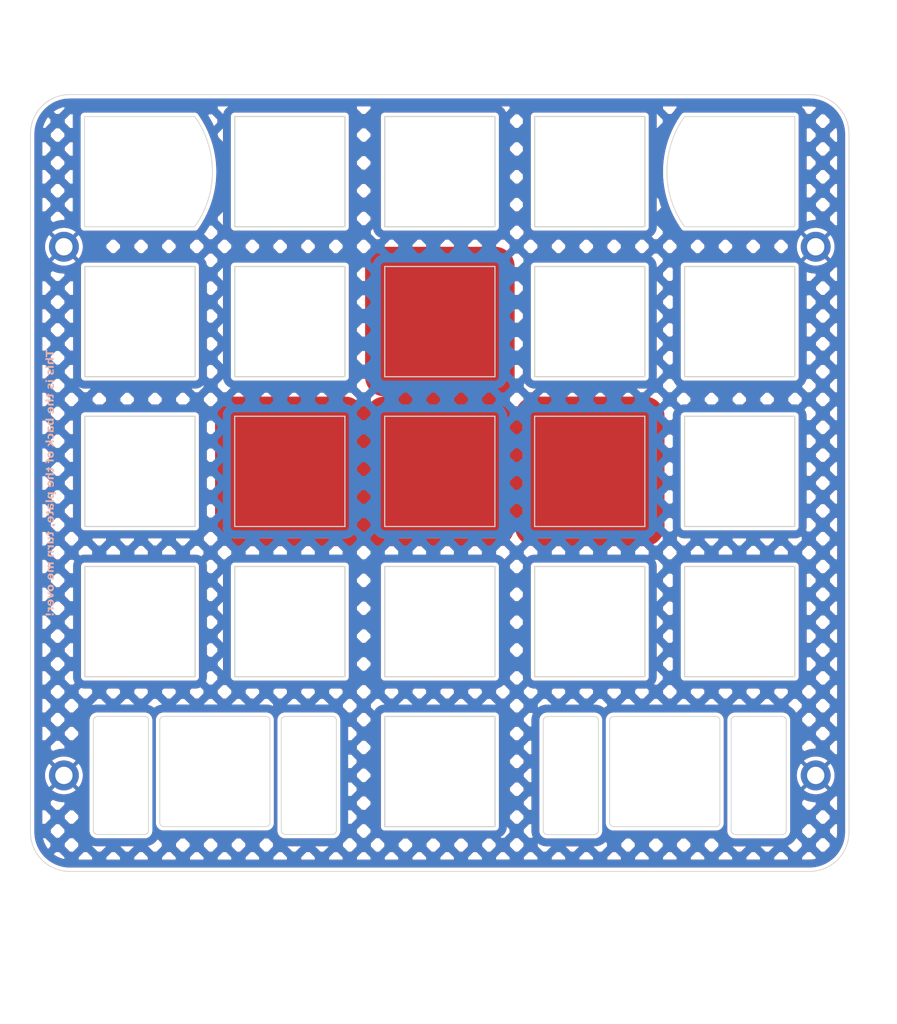
<source format=kicad_pcb>
(kicad_pcb (version 20241229) (generator "pcbnew") (generator_version "9.0")
  (title_block (title "Shorky21") (date "2024-10-05") (rev "1.0") (company "Gzowski.co.uk"))
  (layers (0 "F.Cu" signal) (2 "B.Cu" signal) (13 "F.Paste" user) (15 "B.Paste" user) (5 "F.SilkS" user "F.Silkscreen") (7 "B.SilkS" user "B.Silkscreen") (1 "F.Mask" user) (3 "B.Mask" user) (25 "Edge.Cuts" user))
  (net 0 "")
  (net 1 "GND")
  (footprint "" (layer "F.Cu") (at 27.7797 115.5226)
    (property "Reference" "" (at 0 0 0) (layer "F.SilkS") (effects (font (size 1.27 1.27))))
    (property "Value" "")
    (pad "1" thru_hole circle (at -1.24 0) (size 3.8 3.8) (drill 2.2) (layers "*.Cu" "*.Mask") (net 1 "GND"))
  )
  (footprint "" (layer "F.Cu") (at 120.7597 115.522602)
    (property "Reference" "" (at 0 0 0) (layer "F.SilkS") (effects (font (size 1.27 1.27))))
    (property "Value" "")
    (pad "1" thru_hole circle (at 1.3 0) (size 3.8 3.8) (drill 2.2) (layers "*.Cu" "*.Mask") (net 1 "GND"))
  )
  (footprint "Button_Switch_Keyboard:SW_Cherry_Choc5_MX_1.00u_PCB_LED_3D2_CUTOUT" (layer "F.Cu") (at 76.84335 52.8053)
    (property "Reference" "SW66" (hide yes))
    (property "Value" "KEYSW" (hide yes))
    (fp_line (start -9.537 -1.918) (end -9.537 12.082) (stroke (width 0.15)) (layer "Edge.Cuts"))
    (fp_line (start -9.537 12.082) (end 4.463 12.082) (stroke (width 0.15)) (layer "Edge.Cuts"))
    (fp_line (start 4.463 -1.918) (end -9.537 -1.918) (stroke (width 0.15)) (layer "Edge.Cuts"))
    (fp_line (start 4.463 12.082) (end 4.463 -1.918) (stroke (width 0.15)) (layer "Edge.Cuts"))
    (pad "1" smd roundrect (at -2.537 5.082 180) (size 16 16) (layers "F.Cu" "F.Mask") (roundrect_rratio 0.063))
  )
  (footprint "Button_Switch_Keyboard:SW_Cherry_Choc5_MX_1.00u_PCB_LED_3D2_CUTOUT_CLEAN" (layer "F.Cu") (at 95.89335 52.8053)
    (property "Reference" "SW66" (hide yes))
    (property "Value" "KEYSW" (hide yes))
    (fp_line (start -9.537 -1.918) (end -9.537 12.082) (stroke (width 0.15)) (layer "Edge.Cuts"))
    (fp_line (start -9.537 12.082) (end 4.463 12.082) (stroke (width 0.15)) (layer "Edge.Cuts"))
    (fp_line (start 4.463 -1.918) (end -9.537 -1.918) (stroke (width 0.15)) (layer "Edge.Cuts"))
    (fp_line (start 4.463 12.082) (end 4.463 -1.918) (stroke (width 0.15)) (layer "Edge.Cuts"))
  )
  (footprint "Button_Switch_Keyboard:SW_Cherry_MX_1.00u_PCB_HOTSWAP_Details_rounded_stab" (layer "F.Cu") (at 105.426649 109.961602)
    (property "Reference" "SW64" (hide yes))
    (property "Value" "CPG151101S11" (hide yes))
    (fp_line (start -17.982001 12.570999) (end -17.982 -1.429) (stroke (width 0.1)) (layer "Edge.Cuts"))
    (fp_line (start -17.482001 -1.929) (end -11.482001 -1.929001) (stroke (width 0.1)) (layer "Edge.Cuts"))
    (fp_line (start -11.482001 13.070998) (end -17.482001 13.070999) (stroke (width 0.1)) (layer "Edge.Cuts"))
    (fp_line (start -10.982 -1.429003) (end -10.982 12.570998) (stroke (width 0.1)) (layer "Edge.Cuts"))
    (fp_line (start -9.544 -1.429) (end -9.544 11.570999) (stroke (width 0.1)) (layer "Edge.Cuts"))
    (fp_line (start -9.044 12.071) (end 3.955999 12.071) (stroke (width 0.1)) (layer "Edge.Cuts"))
    (fp_line (start 3.955999 -1.929001) (end -9.044001 -1.929) (stroke (width 0.1)) (layer "Edge.Cuts"))
    (fp_line (start 4.455999 11.571) (end 4.456 -1.429) (stroke (width 0.1)) (layer "Edge.Cuts"))
    (fp_line (start 5.894 -1.429003) (end 5.894 12.570998) (stroke (width 0.1)) (layer "Edge.Cuts"))
    (fp_line (start 6.393999 13.070997) (end 12.393999 13.070998) (stroke (width 0.1)) (layer "Edge.Cuts"))
    (fp_line (start 12.393999 -1.929001) (end 6.393999 -1.929002) (stroke (width 0.1)) (layer "Edge.Cuts"))
    (fp_line (start 12.893999 12.570999) (end 12.894 -1.429) (stroke (width 0.1)) (layer "Edge.Cuts"))
    (fp_arc (start -17.982 -1.429) (mid -17.835531 -1.78253) (end -17.482001 -1.929) (stroke (width 0.1)) (layer "Edge.Cuts"))
    (fp_arc (start -17.482001 13.070999) (mid -17.835546 12.924544) (end -17.982001 12.570999) (stroke (width 0.1)) (layer "Edge.Cuts"))
    (fp_arc (start -11.482001 -1.929001) (mid -11.128439 -1.782564) (end -10.982 -1.429003) (stroke (width 0.1)) (layer "Edge.Cuts"))
    (fp_arc (start -10.982 12.570998) (mid -11.128423 12.924576) (end -11.482001 13.070998) (stroke (width 0.1)) (layer "Edge.Cuts"))
    (fp_arc (start -9.544 -1.429) (mid -9.397531 -1.78253) (end -9.044001 -1.929) (stroke (width 0.1)) (layer "Edge.Cuts"))
    (fp_arc (start -9.044 12.071) (mid -9.397546 11.924545) (end -9.544 11.570999) (stroke (width 0.1)) (layer "Edge.Cuts"))
    (fp_arc (start 3.955999 -1.929001) (mid 4.309562 -1.782563) (end 4.456 -1.429) (stroke (width 0.1)) (layer "Edge.Cuts"))
    (fp_arc (start 4.455999 11.571) (mid 4.309575 11.924576) (end 3.955999 12.071) (stroke (width 0.1)) (layer "Edge.Cuts"))
    (fp_arc (start 5.894 -1.429003) (mid 6.040471 -1.782531) (end 6.393999 -1.929002) (stroke (width 0.1)) (layer "Edge.Cuts"))
    (fp_arc (start 6.393999 13.070997) (mid 6.040456 12.924541) (end 5.894 12.570998) (stroke (width 0.1)) (layer "Edge.Cuts"))
    (fp_arc (start 12.393999 -1.929001) (mid 12.747554 -1.782554) (end 12.894 -1.429) (stroke (width 0.1)) (layer "Edge.Cuts"))
    (fp_arc (start 12.893999 12.570999) (mid 12.747582 12.924582) (end 12.393999 13.070998) (stroke (width 0.1)) (layer "Edge.Cuts"))
  )
  (footprint "Button_Switch_Keyboard:SW_Cherry_Choc5_MX_1.00u_PCB_LED_3D2_CUTOUT_CLEAN" (layer "F.Cu") (at 38.74335 52.805302)
    (property "Reference" "SW66" (hide yes))
    (property "Value" "KEYSW" (hide yes))
    (fp_line (start -9.537 -1.918) (end -9.537 12.082) (stroke (width 0.15)) (layer "Edge.Cuts"))
    (fp_line (start -9.537 12.082) (end 4.463 12.082) (stroke (width 0.15)) (layer "Edge.Cuts"))
    (fp_line (start 4.463 -1.918) (end -9.537 -1.918) (stroke (width 0.15)) (layer "Edge.Cuts"))
    (fp_line (start 4.463 12.082) (end 4.463 -1.918) (stroke (width 0.15)) (layer "Edge.Cuts"))
  )
  (footprint "" (layer "F.Cu") (at 120.7897 48.3826)
    (property "Reference" "" (at 0 0 0) (layer "F.SilkS") (effects (font (size 1.27 1.27))))
    (property "Value" "")
    (pad "1" thru_hole circle (at 1.27 0) (size 3.8 3.8) (drill 2.2) (layers "*.Cu" "*.Mask") (net 1 "GND"))
  )
  (footprint "Button_Switch_Keyboard:SW_Cherry_Choc5_MX_1.00u_PCB_LED_3D2_CUTOUT_CLEAN" (layer "F.Cu") (at 57.787 90.905302)
    (property "Reference" "SW66" (hide yes))
    (property "Value" "KEYSW" (hide yes))
    (fp_line (start -9.537 -1.918) (end -9.537 12.082) (stroke (width 0.15)) (layer "Edge.Cuts"))
    (fp_line (start -9.537 12.082) (end 4.463 12.082) (stroke (width 0.15)) (layer "Edge.Cuts"))
    (fp_line (start 4.463 -1.918) (end -9.537 -1.918) (stroke (width 0.15)) (layer "Edge.Cuts"))
    (fp_line (start 4.463 12.082) (end 4.463 -1.918) (stroke (width 0.15)) (layer "Edge.Cuts"))
  )
  (footprint "" (layer "F.Cu") (at 27.8097 48.382598)
    (property "Reference" "" (at 0 0 0) (layer "F.SilkS") (effects (font (size 1.27 1.27))))
    (property "Value" "")
    (pad "1" thru_hole circle (at -1.27 0) (size 3.8 3.8) (drill 2.2) (layers "*.Cu" "*.Mask") (net 1 "GND"))
  )
  (footprint "Button_Switch_Keyboard:SW_Cherry_Choc5_MX_1.00u_PCB_LED_3D2_CUTOUT_CLEAN" (layer "F.Cu") (at 38.737 71.828002)
    (property "Reference" "SW66" (hide yes))
    (property "Value" "KEYSW" (hide yes))
    (fp_line (start -9.537 -1.918) (end -9.537 12.082) (stroke (width 0.15)) (layer "Edge.Cuts"))
    (fp_line (start -9.537 12.082) (end 4.463 12.082) (stroke (width 0.15)) (layer "Edge.Cuts"))
    (fp_line (start 4.463 -1.918) (end -9.537 -1.918) (stroke (width 0.15)) (layer "Edge.Cuts"))
    (fp_line (start 4.463 12.082) (end 4.463 -1.918) (stroke (width 0.15)) (layer "Edge.Cuts"))
  )
  (footprint "Button_Switch_Keyboard:SW_Cherry_Choc5_MX_1.00u_PCB_LED_3D2_CUTOUT_CLEAN" (layer "F.Cu") (at 57.787 52.805302)
    (property "Reference" "SW66" (hide yes))
    (property "Value" "KEYSW" (hide yes))
    (fp_line (start -9.537 -1.918) (end -9.537 12.082) (stroke (width 0.15)) (layer "Edge.Cuts"))
    (fp_line (start -9.537 12.082) (end 4.463 12.082) (stroke (width 0.15)) (layer "Edge.Cuts"))
    (fp_line (start 4.463 -1.918) (end -9.537 -1.918) (stroke (width 0.15)) (layer "Edge.Cuts"))
    (fp_line (start 4.463 12.082) (end 4.463 -1.918) (stroke (width 0.15)) (layer "Edge.Cuts"))
  )
  (footprint "Button_Switch_Keyboard:SW_Cherry_Choc5_MX_1.00u_PCB_LED_3D2_CUTOUT_CLEAN" (layer "F.Cu") (at 114.94335 90.9053)
    (property "Reference" "SW66" (hide yes))
    (property "Value" "KEYSW" (hide yes))
    (fp_line (start -9.537 -1.918) (end -9.537 12.082) (stroke (width 0.15)) (layer "Edge.Cuts"))
    (fp_line (start -9.537 12.082) (end 4.463 12.082) (stroke (width 0.15)) (layer "Edge.Cuts"))
    (fp_line (start 4.463 -1.918) (end -9.537 -1.918) (stroke (width 0.15)) (layer "Edge.Cuts"))
    (fp_line (start 4.463 12.082) (end 4.463 -1.918) (stroke (width 0.15)) (layer "Edge.Cuts"))
  )
  (footprint "Button_Switch_Keyboard:SW_Cherry_Choc5_MX_1.00u_PCB_LED_3D2_CUTOUT_CLEAN" (layer "F.Cu") (at 114.94335 52.8053)
    (property "Reference" "SW66" (hide yes))
    (property "Value" "KEYSW" (hide yes))
    (fp_line (start -9.537 -1.918) (end -9.537 12.082) (stroke (width 0.15)) (layer "Edge.Cuts"))
    (fp_line (start -9.537 12.082) (end 4.463 12.082) (stroke (width 0.15)) (layer "Edge.Cuts"))
    (fp_line (start 4.463 -1.918) (end -9.537 -1.918) (stroke (width 0.15)) (layer "Edge.Cuts"))
    (fp_line (start 4.463 12.082) (end 4.463 -1.918) (stroke (width 0.15)) (layer "Edge.Cuts"))
  )
  (footprint "Button_Switch_Keyboard:SW_Cherry_Choc5_MX_1.00u_PCB_LED_3D2_CUTOUT_CLEAN" (layer "F.Cu") (at 57.787 33.755302)
    (property "Reference" "SW66" (hide yes))
    (property "Value" "KEYSW" (hide yes))
    (fp_line (start -9.537 -1.918) (end -9.537 12.082) (stroke (width 0.15)) (layer "Edge.Cuts"))
    (fp_line (start -9.537 12.082) (end 4.463 12.082) (stroke (width 0.15)) (layer "Edge.Cuts"))
    (fp_line (start 4.463 -1.918) (end -9.537 -1.918) (stroke (width 0.15)) (layer "Edge.Cuts"))
    (fp_line (start 4.463 12.082) (end 4.463 -1.918) (stroke (width 0.15)) (layer "Edge.Cuts"))
  )
  (footprint "Button_Switch_Keyboard:SW_Cherry_Choc5_MX_1.00u_PCB_LED_3D2_CUTOUT_CLEAN" (layer "F.Cu") (at 95.89335 33.7553)
    (property "Reference" "SW66" (hide yes))
    (property "Value" "KEYSW" (hide yes))
    (fp_line (start -9.537 -1.918) (end -9.537 12.082) (stroke (width 0.15)) (layer "Edge.Cuts"))
    (fp_line (start -9.537 12.082) (end 4.463 12.082) (stroke (width 0.15)) (layer "Edge.Cuts"))
    (fp_line (start 4.463 -1.918) (end -9.537 -1.918) (stroke (width 0.15)) (layer "Edge.Cuts"))
    (fp_line (start 4.463 12.082) (end 4.463 -1.918) (stroke (width 0.15)) (layer "Edge.Cuts"))
  )
  (footprint "Button_Switch_Keyboard:SW_Cherry_Choc5_MX_1.00u_PCB_LED_3D2_CUTOUT_CLEAN" (layer "F.Cu") (at 76.84735 109.947302)
    (property "Reference" "SW66" (hide yes))
    (property "Value" "KEYSW" (hide yes))
    (fp_line (start -9.537 -1.918) (end -9.537 12.082) (stroke (width 0.15)) (layer "Edge.Cuts"))
    (fp_line (start -9.537 12.082) (end 4.463 12.082) (stroke (width 0.15)) (layer "Edge.Cuts"))
    (fp_line (start 4.463 -1.918) (end -9.537 -1.918) (stroke (width 0.15)) (layer "Edge.Cuts"))
    (fp_line (start 4.463 12.082) (end 4.463 -1.918) (stroke (width 0.15)) (layer "Edge.Cuts"))
  )
  (footprint "Button_Switch_Keyboard:SW_Cherry_Choc5_MX_1.00u_PCB_LED_3D2_CUTOUT_CLEAN" (layer "F.Cu") (at 114.937 71.828)
    (property "Reference" "SW66" (hide yes))
    (property "Value" "KEYSW" (hide yes))
    (fp_line (start -9.537 -1.918) (end -9.537 12.082) (stroke (width 0.15)) (layer "Edge.Cuts"))
    (fp_line (start -9.537 12.082) (end 4.463 12.082) (stroke (width 0.15)) (layer "Edge.Cuts"))
    (fp_line (start 4.463 -1.918) (end -9.537 -1.918) (stroke (width 0.15)) (layer "Edge.Cuts"))
    (fp_line (start 4.463 12.082) (end 4.463 -1.918) (stroke (width 0.15)) (layer "Edge.Cuts"))
  )
  (footprint "Button_Switch_Keyboard:SW_Cherry_Choc5_MX_1.00u_PCB_LED_3D2_CUTOUT_CLEAN" (layer "F.Cu") (at 76.84335 33.7553)
    (property "Reference" "SW66" (hide yes))
    (property "Value" "KEYSW" (hide yes))
    (fp_line (start -9.537 -1.918) (end -9.537 12.082) (stroke (width 0.15)) (layer "Edge.Cuts"))
    (fp_line (start -9.537 12.082) (end 4.463 12.082) (stroke (width 0.15)) (layer "Edge.Cuts"))
    (fp_line (start 4.463 -1.918) (end -9.537 -1.918) (stroke (width 0.15)) (layer "Edge.Cuts"))
    (fp_line (start 4.463 12.082) (end 4.463 -1.918) (stroke (width 0.15)) (layer "Edge.Cuts"))
  )
  (footprint "Button_Switch_Keyboard:SW_Cherry_Choc5_MX_1.00u_PCB_LED_3D2_CUTOUT" (layer "F.Cu") (at 76.837 71.828)
    (property "Reference" "SW66" (hide yes))
    (property "Value" "KEYSW" (hide yes))
    (fp_line (start -9.537 -1.918) (end -9.537 12.082) (stroke (width 0.15)) (layer "Edge.Cuts"))
    (fp_line (start -9.537 12.082) (end 4.463 12.082) (stroke (width 0.15)) (layer "Edge.Cuts"))
    (fp_line (start 4.463 -1.918) (end -9.537 -1.918) (stroke (width 0.15)) (layer "Edge.Cuts"))
    (fp_line (start 4.463 12.082) (end 4.463 -1.918) (stroke (width 0.15)) (layer "Edge.Cuts"))
    (pad "1" smd roundrect (at -2.537 5.082 180) (size 16 16) (layers "F.Cu" "F.Mask") (roundrect_rratio 0.063))
  )
  (footprint "Button_Switch_Keyboard:SW_Cherry_Choc5_MX_1.00u_PCB_LED_3D2_CUTOUT" (layer "F.Cu") (at 95.887 71.828)
    (property "Reference" "SW66" (hide yes))
    (property "Value" "KEYSW" (hide yes))
    (fp_line (start -9.537 -1.918) (end -9.537 12.082) (stroke (width 0.15)) (layer "Edge.Cuts"))
    (fp_line (start -9.537 12.082) (end 4.463 12.082) (stroke (width 0.15)) (layer "Edge.Cuts"))
    (fp_line (start 4.463 -1.918) (end -9.537 -1.918) (stroke (width 0.15)) (layer "Edge.Cuts"))
    (fp_line (start 4.463 12.082) (end 4.463 -1.918) (stroke (width 0.15)) (layer "Edge.Cuts"))
    (pad "1" smd roundrect (at -2.537 5.082 180) (size 16 16) (layers "F.Cu" "F.Mask") (roundrect_rratio 0.063))
  )
  (footprint "Button_Switch_Keyboard:SW_Cherry_MX_1.00u_PCB_HOTSWAP_Details_rounded_stab" (layer "F.Cu") (at 48.266649 109.951602)
    (property "Reference" "SW64" (hide yes))
    (property "Value" "CPG151101S11" (hide yes))
    (fp_line (start -17.982001 12.570999) (end -17.982 -1.429) (stroke (width 0.1)) (layer "Edge.Cuts"))
    (fp_line (start -17.482001 -1.929) (end -11.482001 -1.929001) (stroke (width 0.1)) (layer "Edge.Cuts"))
    (fp_line (start -11.482001 13.070998) (end -17.482001 13.070999) (stroke (width 0.1)) (layer "Edge.Cuts"))
    (fp_line (start -10.982 -1.429003) (end -10.982 12.570998) (stroke (width 0.1)) (layer "Edge.Cuts"))
    (fp_line (start -9.544 -1.429) (end -9.544 11.570999) (stroke (width 0.1)) (layer "Edge.Cuts"))
    (fp_line (start -9.044 12.071) (end 3.955999 12.071) (stroke (width 0.1)) (layer "Edge.Cuts"))
    (fp_line (start 3.955999 -1.929001) (end -9.044001 -1.929) (stroke (width 0.1)) (layer "Edge.Cuts"))
    (fp_line (start 4.455999 11.571) (end 4.456 -1.429) (stroke (width 0.1)) (layer "Edge.Cuts"))
    (fp_line (start 5.894 -1.429003) (end 5.894 12.570998) (stroke (width 0.1)) (layer "Edge.Cuts"))
    (fp_line (start 6.393999 13.070997) (end 12.393999 13.070998) (stroke (width 0.1)) (layer "Edge.Cuts"))
    (fp_line (start 12.393999 -1.929001) (end 6.393999 -1.929002) (stroke (width 0.1)) (layer "Edge.Cuts"))
    (fp_line (start 12.893999 12.570999) (end 12.894 -1.429) (stroke (width 0.1)) (layer "Edge.Cuts"))
    (fp_arc (start -17.982 -1.429) (mid -17.835531 -1.78253) (end -17.482001 -1.929) (stroke (width 0.1)) (layer "Edge.Cuts"))
    (fp_arc (start -17.482001 13.070999) (mid -17.835546 12.924544) (end -17.982001 12.570999) (stroke (width 0.1)) (layer "Edge.Cuts"))
    (fp_arc (start -11.482001 -1.929001) (mid -11.128439 -1.782564) (end -10.982 -1.429003) (stroke (width 0.1)) (layer "Edge.Cuts"))
    (fp_arc (start -10.982 12.570998) (mid -11.128423 12.924576) (end -11.482001 13.070998) (stroke (width 0.1)) (layer "Edge.Cuts"))
    (fp_arc (start -9.544 -1.429) (mid -9.397531 -1.78253) (end -9.044001 -1.929) (stroke (width 0.1)) (layer "Edge.Cuts"))
    (fp_arc (start -9.044 12.071) (mid -9.397546 11.924545) (end -9.544 11.570999) (stroke (width 0.1)) (layer "Edge.Cuts"))
    (fp_arc (start 3.955999 -1.929001) (mid 4.309562 -1.782563) (end 4.456 -1.429) (stroke (width 0.1)) (layer "Edge.Cuts"))
    (fp_arc (start 4.455999 11.571) (mid 4.309575 11.924576) (end 3.955999 12.071) (stroke (width 0.1)) (layer "Edge.Cuts"))
    (fp_arc (start 5.894 -1.429003) (mid 6.040471 -1.782531) (end 6.393999 -1.929002) (stroke (width 0.1)) (layer "Edge.Cuts"))
    (fp_arc (start 6.393999 13.070997) (mid 6.040456 12.924541) (end 5.894 12.570998) (stroke (width 0.1)) (layer "Edge.Cuts"))
    (fp_arc (start 12.393999 -1.929001) (mid 12.747554 -1.782554) (end 12.894 -1.429) (stroke (width 0.1)) (layer "Edge.Cuts"))
    (fp_arc (start 12.893999 12.570999) (mid 12.747582 12.924582) (end 12.393999 13.070998) (stroke (width 0.1)) (layer "Edge.Cuts"))
  )
  (footprint "Button_Switch_Keyboard:SW_Cherry_Choc5_MX_1.00u_PCB_LED_3D2_CUTOUT_CLEAN" (layer "F.Cu") (at 95.89335 90.9053)
    (property "Reference" "SW66" (hide yes))
    (property "Value" "KEYSW" (hide yes))
    (fp_line (start -9.537 -1.918) (end -9.537 12.082) (stroke (width 0.15)) (layer "Edge.Cuts"))
    (fp_line (start -9.537 12.082) (end 4.463 12.082) (stroke (width 0.15)) (layer "Edge.Cuts"))
    (fp_line (start 4.463 -1.918) (end -9.537 -1.918) (stroke (width 0.15)) (layer "Edge.Cuts"))
    (fp_line (start 4.463 12.082) (end 4.463 -1.918) (stroke (width 0.15)) (layer "Edge.Cuts"))
  )
  (footprint "Button_Switch_Keyboard:SW_Cherry_Choc5_MX_1.00u_PCB_LED_3D2_CUTOUT" (layer "F.Cu") (at 57.78065 71.828002)
    (property "Reference" "SW66" (hide yes))
    (property "Value" "KEYSW" (hide yes))
    (fp_line (start -9.537 -1.918) (end -9.537 12.082) (stroke (width 0.15)) (layer "Edge.Cuts"))
    (fp_line (start -9.537 12.082) (end 4.463 12.082) (stroke (width 0.15)) (layer "Edge.Cuts"))
    (fp_line (start 4.463 -1.918) (end -9.537 -1.918) (stroke (width 0.15)) (layer "Edge.Cuts"))
    (fp_line (start 4.463 12.082) (end 4.463 -1.918) (stroke (width 0.15)) (layer "Edge.Cuts"))
    (pad "1" smd roundrect (at -2.537 5.082 180) (size 16 16) (layers "F.Cu" "F.Mask") (roundrect_rratio 0.063))
  )
  (footprint "Button_Switch_Keyboard:SW_Cherry_Choc5_MX_1.00u_PCB_LED_3D2_CUTOUT_CLEAN" (layer "F.Cu") (at 38.74335 90.905302)
    (property "Reference" "SW66" (hide yes))
    (property "Value" "KEYSW" (hide yes))
    (fp_line (start -9.537 -1.918) (end -9.537 12.082) (stroke (width 0.15)) (layer "Edge.Cuts"))
    (fp_line (start -9.537 12.082) (end 4.463 12.082) (stroke (width 0.15)) (layer "Edge.Cuts"))
    (fp_line (start 4.463 -1.918) (end -9.537 -1.918) (stroke (width 0.15)) (layer "Edge.Cuts"))
    (fp_line (start 4.463 12.082) (end 4.463 -1.918) (stroke (width 0.15)) (layer "Edge.Cuts"))
  )
  (footprint "Button_Switch_Keyboard:SW_Cherry_Choc5_MX_1.00u_PCB_LED_3D2_CUTOUT_CLEAN" (layer "F.Cu") (at 76.84335 90.9053)
    (property "Reference" "SW66" (hide yes))
    (property "Value" "KEYSW" (hide yes))
    (fp_line (start -9.537 -1.918) (end -9.537 12.082) (stroke (width 0.15)) (layer "Edge.Cuts"))
    (fp_line (start -9.537 12.082) (end 4.463 12.082) (stroke (width 0.15)) (layer "Edge.Cuts"))
    (fp_line (start 4.463 -1.918) (end -9.537 -1.918) (stroke (width 0.15)) (layer "Edge.Cuts"))
    (fp_line (start 4.463 12.082) (end 4.463 -1.918) (stroke (width 0.15)) (layer "Edge.Cuts"))
  )
  (gr_arc (start 121.2927 29.052651) (mid 124.817129 30.506022) (end 126.29265 34.021236) (stroke (width 0.1)) (layer "Edge.Cuts"))
  (gr_arc (start 22.292605 34.052487) (mid 23.768103 30.505971) (end 27.323744 29.052602) (stroke (width 0.1)) (layer "Edge.Cuts"))
  (gr_arc (start 27.289678 127.718611) (mid 23.760928 126.26096) (end 22.289678 122.737859) (stroke (width 0.1)) (layer "Edge.Cuts"))
  (gr_arc (start 43.162648 31.842599) (mid 45.407722 38.842599) (end 43.162648 45.842599) (stroke (width 0.1)) (layer "Edge.Cuts"))
  (gr_line (start 126.29265 34.021236) (end 126.2897 122.712651) (stroke (width 0.1)) (layer "Edge.Cuts"))
  (gr_line (start 29.162648 31.8426) (end 29.162648 45.842598) (stroke (width 0.1)) (layer "Edge.Cuts"))
  (gr_line (start 119.402648 45.842588) (end 119.402648 31.84259) (stroke (width 0.1)) (layer "Edge.Cuts"))
  (gr_line (start 121.290014 127.7127) (end 27.289678 127.718611) (stroke (width 0.1)) (layer "Edge.Cuts"))
  (gr_line (start 27.323744 29.052602) (end 121.29265 29.052651) (stroke (width 0.1)) (layer "Edge.Cuts"))
  (gr_arc (start 105.402648 45.842566) (mid 103.157578 38.842567) (end 105.402648 31.842566) (stroke (width 0.1)) (layer "Edge.Cuts"))
  (gr_line (start 105.402648 45.842566) (end 119.402648 45.842565) (stroke (width 0.1)) (layer "Edge.Cuts"))
  (gr_line (start 43.162648 31.842599) (end 29.162648 31.8426) (stroke (width 0.1)) (layer "Edge.Cuts"))
  (gr_curve (pts (xy 61.479599 147.110785) (xy 61.479599 147.110785) (xy 61.479599 147.110785) (xy 61.479599 147.110785)) (stroke (width 0.05)) (layer "Edge.Cuts"))
  (gr_curve (pts (xy 120.058151 144.351787) (xy 120.058151 144.351787) (xy 120.058151 144.351787) (xy 120.058151 144.351787)) (stroke (width 0.05)) (layer "Edge.Cuts"))
  (gr_line (start 22.289678 122.737859) (end 22.292605 34.0525) (stroke (width 0.1)) (layer "Edge.Cuts"))
  (gr_line (start 119.402648 31.84259) (end 105.402648 31.842566) (stroke (width 0.1)) (layer "Edge.Cuts"))
  (gr_line (start 29.162648 45.842598) (end 43.162648 45.842599) (stroke (width 0.1)) (layer "Edge.Cuts"))
  (gr_arc (start 126.2897 122.712651) (mid 124.825251 126.248217) (end 121.2897 127.7127) (stroke (width 0.1)) (layer "Edge.Cuts"))
  (gr_text "This is the back of the plate, turn me over!" (at 25.41485 61.450302 90) (layer "B.SilkS") (effects (font (size 1 1) (thickness 0.125)) (justify left bottom mirror)))
  (zone (net 1) (net_name "GND") (layers "F.Cu" "B.Cu") (connect_pads (clearance 0.5)) (min_thickness 0.25) (fill yes (mode hatch) (thermal_gap 0.5) (thermal_bridge_width 0.5) (hatch_thickness 1) (hatch_gap 1.5) (hatch_orientation 45) (hatch_smoothing_level 1) (hatch_smoothing_value 0.3) (hatch_border_algorithm hatch_thickness) (hatch_min_hole_area 0.3))
    (polygon (pts (xy 24.280496 17.042407) (xy 131.27 17.59) (xy 132.4 139.86) (xy 18.420496 139.722407) (xy 19.170496 17.422407) (xy 25.040496 17.232407)))
  )
)
</source>
